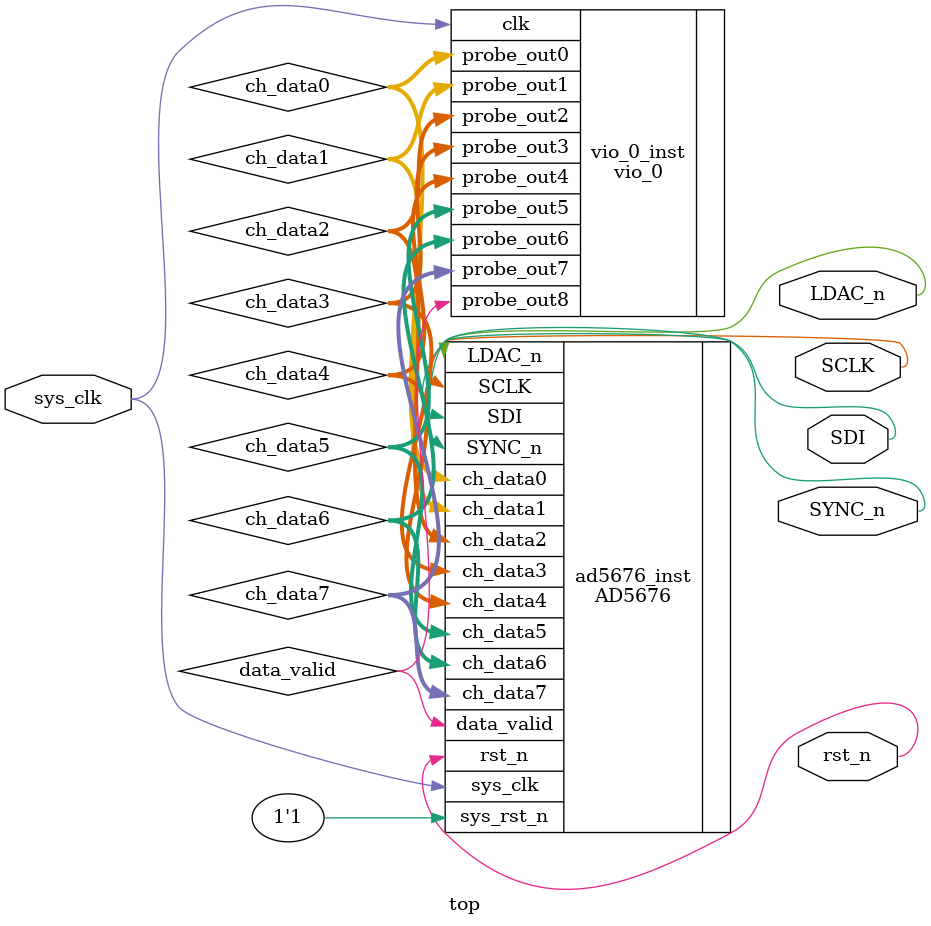
<source format=v>
`timescale 1ns / 1ps


module top(
    input           sys_clk,

    output          rst_n,
    output          SCLK,
    output          SDI,   
    output          SYNC_n,
    output          LDAC_n

    );

    wire   [15:0]  ch_data0;
    wire   [15:0]  ch_data1;
    wire   [15:0]  ch_data2;
    wire   [15:0]  ch_data3;
    wire   [15:0]  ch_data4;
    wire   [15:0]  ch_data5;
    wire   [15:0]  ch_data6;
    wire   [15:0]  ch_data7;
    wire           data_valid;

vio_0 vio_0_inst (
  .clk(sys_clk),                // input wire clk
  .probe_out0(ch_data0),  // output wire [15 : 0] probe_out0
  .probe_out1(ch_data1),  // output wire [15 : 0] probe_out1
  .probe_out2(ch_data2),  // output wire [15 : 0] probe_out2
  .probe_out3(ch_data3),  // output wire [15 : 0] probe_out3
  .probe_out4(ch_data4),  // output wire [15 : 0] probe_out4
  .probe_out5(ch_data5),  // output wire [15 : 0] probe_out5
  .probe_out6(ch_data6),  // output wire [15 : 0] probe_out6
  .probe_out7(ch_data7),  // output wire [15 : 0] probe_out7
  .probe_out8(data_valid)  // output wire [0 : 0] probe_out8
);


 AD5676#
(
    .SYS_CLK_FREQ       (8'd50),
    .CHANNEL            (8'b1111_1111)
) ad5676_inst(
    .sys_clk           (sys_clk),
    .sys_rst_n         (1'b1),

    .rst_n             (rst_n),
    .SCLK              (SCLK),
    .SDI               (SDI),
    .SYNC_n            (SYNC_n),
    .LDAC_n            (LDAC_n),

    .ch_data0          (ch_data0),
    .ch_data1          (ch_data1),
    .ch_data2          (ch_data2),
    .ch_data3          (ch_data3),
    .ch_data4          (ch_data4),
    .ch_data5          (ch_data5),
    .ch_data6          (ch_data6),
    .ch_data7          (ch_data7),
    .data_valid        (data_valid)
    );











endmodule

</source>
